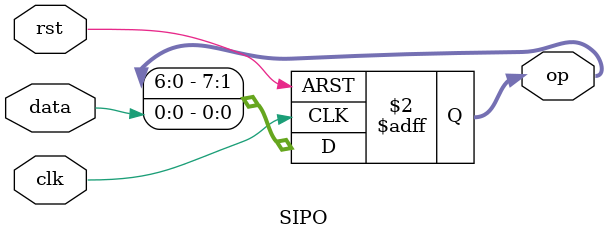
<source format=v>

module SIPO(data,clk,rst,op);
  input data,clk,rst;
  output reg [7:0] op;
  always@(posedge clk or posedge rst)
    begin
      if(rst)
        op=8'b00000000;
      else
        begin
          op[0]<=data;
          op[1]<=op[0];
          op[2]<=op[1];
          op[3]<=op[2];
          op[4]<=op[3];
          op[5]<=op[4];
          op[6]<=op[5];
          op[7]<=op[6];
        end
    end
endmodule

</source>
